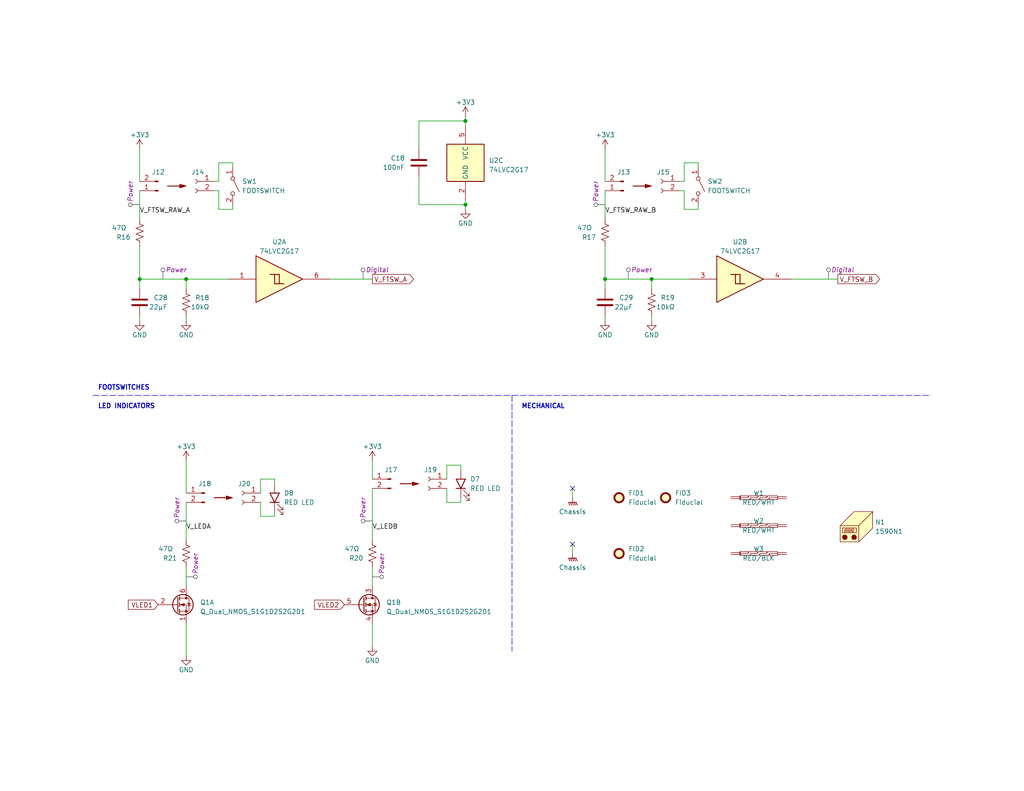
<source format=kicad_sch>
(kicad_sch (version 20230121) (generator eeschema)
  (paper "USLetter")
  (title_block (title "Baseboard") (date "2023-04-28") (rev "A") (company "Alessandro Rizzoni") (comment 1 "SCHEMATIC") (comment 2 "DRAFT") (comment 3 "AIR") (comment 5 "1: ALL COMPONENTS 25V RATING OR GREATER") (comment 6 "2: ALL RESISTORS LOW NOISE THIN FILM, 1% TOLERANCE OR SMALLER, 1/10W RATING OR GREATER") (comment 7 "3: ALL CAPACITORS MLCC, X5R OR X7R DIELECTRIC, 10% TOLERANCE OR SMALLER") (comment 8 "4: DO NOT POPULATE NOTE --TODO--") (comment 9 "5: PCB LAYOUT ACCORDING TO DATASHEET FOR ALL COMPONENTS"))
  (lib_symbols
    (symbol "74xGxx:74LVC2G17"
      (property "Reference" "U" (at -1.27 7.62 0))
      (property "Value" "74LVC2G17" (at 2.54 -7.62 0))
      (symbol "74LVC2G17_1_1"
        (polyline (pts (xy -2.54 1.27) (xy -1.27 1.27) (xy -1.27 -1.27)) (stroke (width 0.254)) (fill (type background)))
        (polyline (pts (xy -7.62 6.35) (xy -7.62 -6.35) (xy 5.08 0) (xy -7.62 6.35)) (stroke (width 0.254)) (fill (type background)))
        (polyline (pts (xy -3.81 1.27) (xy -2.54 1.27) (xy -2.54 -1.27) (xy 0 -1.27)) (stroke (width 0.254)) (fill (type background)))
        (pin input line (at -15.24 0 0) (length 7.62) (name "~") (number "1"))
        (pin output line (at 12.7 0 180) (length 7.62) (name "~") (number "6"))
      )
      (symbol "74LVC2G17_2_1"
        (polyline (pts (xy -2.54 1.27) (xy -1.27 1.27) (xy -1.27 -1.27)) (stroke (width 0.254)) (fill (type background)))
        (polyline (pts (xy -7.62 6.35) (xy -7.62 -6.35) (xy 5.08 0) (xy -7.62 6.35)) (stroke (width 0.254)) (fill (type background)))
        (polyline (pts (xy -3.81 1.27) (xy -2.54 1.27) (xy -2.54 -1.27) (xy 0 -1.27)) (stroke (width 0.254)) (fill (type background)))
        (pin input line (at -15.24 0 0) (length 7.62) (name "~") (number "3"))
        (pin output line (at 12.7 0 180) (length 7.62) (name "~") (number "4"))
      )
      (symbol "74LVC2G17_3_0"
        (rectangle (start -5.08 -5.08) (end 5.08 5.08) (stroke (width 0.254)) (fill (type background)))
      )
      (symbol "74LVC2G17_3_1"
        (pin power_in line (at 0 -10.16 90) (length 5.08) (name "GND") (number "2"))
        (pin power_in line (at 0 10.16 270) (length 5.08) (name "VCC") (number "5"))
      )
    )
    (symbol "Connector:Conn_01x02_Female" (pin_names (offset 1.016) hide)
      (property "Reference" "J" (at 0 2.54 0))
      (property "Value" "Conn_01x02_Female" (at 0 -5.08 0))
      (symbol "Conn_01x02_Female_1_1"
        (arc (start 0 -2.032) (mid -0.5058 -2.54) (end 0 -3.048) (stroke (width 0.1524)))
        (polyline (pts (xy -1.27 -2.54) (xy -0.508 -2.54)) (stroke (width 0.1524)))
        (polyline (pts (xy -1.27 0) (xy -0.508 0)) (stroke (width 0.1524)))
        (arc (start 0 0.508) (mid -0.5058 0) (end 0 -0.508) (stroke (width 0.1524)))
        (pin passive line (at -5.08 0 0) (length 3.81) (name "Pin_1") (number "1"))
        (pin passive line (at -5.08 -2.54 0) (length 3.81) (name "Pin_2") (number "2"))
      )
    )
    (symbol "Connector:Conn_01x02_Male" (pin_names (offset 1.016) hide)
      (property "Reference" "J" (at 0 2.54 0))
      (property "Value" "Conn_01x02_Male" (at 0 -5.08 0))
      (symbol "Conn_01x02_Male_1_1"
        (polyline (pts (xy 1.27 -2.54) (xy 0.8636 -2.54)) (stroke (width 0.1524)))
        (polyline (pts (xy 1.27 0) (xy 0.8636 0)) (stroke (width 0.1524)))
        (rectangle (start 0.8636 -2.413) (end 0 -2.667) (stroke (width 0.1524)) (fill (type outline)))
        (rectangle (start 0.8636 0.127) (end 0 -0.127) (stroke (width 0.1524)) (fill (type outline)))
        (pin passive line (at 5.08 0 180) (length 3.81) (name "Pin_1") (number "1"))
        (pin passive line (at 5.08 -2.54 180) (length 3.81) (name "Pin_2") (number "2"))
      )
    )
    (symbol "Device:C" (pin_numbers hide) (pin_names (offset 0.254))
      (property "Reference" "C" (at 0.635 2.54 0))
      (property "Value" "C" (at 0.635 -2.54 0))
      (symbol "C_0_1"
        (polyline (pts (xy -2.032 -0.762) (xy 2.032 -0.762)) (stroke (width 0.508)))
        (polyline (pts (xy -2.032 0.762) (xy 2.032 0.762)) (stroke (width 0.508)))
      )
      (symbol "C_1_1"
        (pin passive line (at 0 3.81 270) (length 2.794) (name "~") (number "1"))
        (pin passive line (at 0 -3.81 90) (length 2.794) (name "~") (number "2"))
      )
    )
    (symbol "Device:Q_Dual_NMOS_S1G1D2S2G2D1" (pin_names (offset 0) hide)
      (property "Reference" "Q" (at 6.35 1.27 0))
      (property "Value" "Q_Dual_NMOS_S1G1D2S2G2D1" (at 19.05 -1.27 0))
      (symbol "Q_Dual_NMOS_S1G1D2S2G2D1_0_1"
        (polyline (pts (xy 0.254 0) (xy -2.54 0)))
        (polyline (pts (xy 0.254 1.905) (xy 0.254 -1.905)) (stroke (width 0.254)))
        (polyline (pts (xy 0.762 -1.27) (xy 0.762 -2.286)) (stroke (width 0.254)))
        (polyline (pts (xy 0.762 0.508) (xy 0.762 -0.508)) (stroke (width 0.254)))
        (polyline (pts (xy 0.762 2.286) (xy 0.762 1.27)) (stroke (width 0.254)))
        (polyline (pts (xy 2.54 2.54) (xy 2.54 1.778)))
        (polyline (pts (xy 2.54 -2.54) (xy 2.54 0) (xy 0.762 0)))
        (polyline (pts (xy 0.762 -1.778) (xy 3.302 -1.778) (xy 3.302 1.778) (xy 0.762 1.778)))
        (polyline (pts (xy 1.016 0) (xy 2.032 0.381) (xy 2.032 -0.381) (xy 1.016 0)) (fill (type outline)))
        (polyline (pts (xy 2.794 0.508) (xy 2.921 0.381) (xy 3.683 0.381) (xy 3.81 0.254)))
        (polyline (pts (xy 3.302 0.381) (xy 2.921 -0.254) (xy 3.683 -0.254) (xy 3.302 0.381)))
        (circle (center 1.651 0) (radius 2.794) (stroke (width 0.254)))
        (circle (center 2.54 -1.778) (radius 0.254) (fill (type outline)))
        (circle (center 2.54 1.778) (radius 0.254) (fill (type outline)))
      )
      (symbol "Q_Dual_NMOS_S1G1D2S2G2D1_1_1"
        (pin passive line (at 2.54 -5.08 90) (length 2.54) (name "S") (number "1"))
        (pin input line (at -5.08 0 0) (length 2.54) (name "G") (number "2"))
        (pin passive line (at 2.54 5.08 270) (length 2.54) (name "D") (number "6"))
      )
      (symbol "Q_Dual_NMOS_S1G1D2S2G2D1_2_1"
        (pin passive line (at 2.54 5.08 270) (length 2.54) (name "D") (number "3"))
        (pin passive line (at 2.54 -5.08 90) (length 2.54) (name "S") (number "4"))
        (pin input line (at -5.08 0 0) (length 2.54) (name "G") (number "5"))
      )
    )
    (symbol "Device:R_US" (pin_numbers hide) (pin_names (offset 0))
      (property "Reference" "R" (at 2.54 0 90))
      (property "Value" "R_US" (at -2.54 0 90))
      (symbol "R_US_0_1"
        (polyline (pts (xy 0 -2.286) (xy 0 -2.54)))
        (polyline (pts (xy 0 2.286) (xy 0 2.54)))
        (polyline (pts (xy 0 -0.762) (xy 1.016 -1.143) (xy 0 -1.524) (xy -1.016 -1.905) (xy 0 -2.286)))
        (polyline (pts (xy 0 0.762) (xy 1.016 0.381) (xy 0 0) (xy -1.016 -0.381) (xy 0 -0.762)))
        (polyline (pts (xy 0 2.286) (xy 1.016 1.905) (xy 0 1.524) (xy -1.016 1.143) (xy 0 0.762)))
      )
      (symbol "R_US_1_1"
        (pin passive line (at 0 3.81 270) (length 1.27) (name "~") (number "1"))
        (pin passive line (at 0 -3.81 90) (length 1.27) (name "~") (number "2"))
      )
    )
    (symbol "Graphic:SYM_Arrow_Normal" (pin_names (offset 1.016))
      (symbol "SYM_Arrow_Normal_0_1"
        (polyline (pts (xy 1.524 0) (xy -2.54 0)) (stroke (width 0.254)))
        (polyline (pts (xy 2.54 0) (xy 0.762 -0.508) (xy 0.762 0.508) (xy 2.54 0)) (fill (type outline)))
      )
    )
    (symbol "Library:Chassis" (pin_names (offset 0))
      (property "Value" "Chassis" (at 0 -3.302 0))
      (symbol "Chassis_0_1"
        (polyline (pts (xy 0 -1.27) (xy 0 0)))
        (polyline (pts (xy -1.016 -1.27) (xy -1.27 -2.032) (xy -1.27 -2.032)) (stroke (width 0.2032)))
        (polyline (pts (xy -0.508 -1.27) (xy -0.762 -2.032) (xy -0.762 -2.032)) (stroke (width 0.2032)))
        (polyline (pts (xy 0 -1.27) (xy -0.254 -2.032) (xy -0.254 -2.032)) (stroke (width 0.2032)))
        (polyline (pts (xy 0.508 -1.27) (xy 0.254 -2.032) (xy 0.254 -2.032)) (stroke (width 0.2032)))
        (polyline (pts (xy 1.016 -1.27) (xy -1.016 -1.27) (xy -1.016 -1.27)) (stroke (width 0.2032)))
        (polyline (pts (xy 1.016 -1.27) (xy 0.762 -2.032) (xy 0.762 -2.032) (xy 0.762 -2.032)) (stroke (width 0.2032)))
      )
      (symbol "Chassis_1_1"
        (pin power_in line (at 0 0 270) (length 0) hide (name "GNDPWR") (number "1"))
      )
    )
    (symbol "Library:Ground" (power) (pin_names (offset 0))
      (property "Value" "Ground" (at 0 -3.81 0))
      (symbol "Ground_0_1"
        (polyline (pts (xy 0 0) (xy 0 -1.27) (xy 1.27 -1.27) (xy 0 -2.54) (xy -1.27 -1.27) (xy 0 -1.27)))
      )
      (symbol "Ground_1_1"
        (pin power_in line (at 0 0 270) (length 0) hide (name "GND") (number "1"))
      )
    )
    (symbol "Library:LED" (pin_numbers hide) (pin_names (offset 1.016) hide)
      (property "Reference" "D6" (at 2.54 1.27 90))
      (property "Value" "RED LED" (at 2.54 -1.27 90))
      (symbol "LED_0_1"
        (polyline (pts (xy -1.27 -1.27) (xy -1.27 1.27)) (stroke (width 0.254)))
        (polyline (pts (xy 1.27 -1.27) (xy 1.27 1.27) (xy -1.27 0) (xy 1.27 -1.27)) (stroke (width 0.254)))
        (polyline (pts (xy -3.048 -0.762) (xy -4.572 -2.286) (xy -3.81 -2.286) (xy -4.572 -2.286) (xy -4.572 -1.524)))
        (polyline (pts (xy -1.778 -0.762) (xy -3.302 -2.286) (xy -2.54 -2.286) (xy -3.302 -2.286) (xy -3.302 -1.524)))
      )
      (symbol "LED_1_1"
        (pin passive line (at -3.81 0 0) (length 2.54) (name "K") (number "1"))
        (pin passive line (at 3.81 0 180) (length 2.54) (name "A") (number "2"))
      )
    )
    (symbol "Library:Twisted_Pair" (on_board no)
      (property "Reference" "W" (at 0 -1.27 0))
      (symbol "Twisted_Pair_0_1"
        (arc (start -5.08 -0.508) (mid -4.9748 -0.254) (end -5.08 0))
        (arc (start -5.08 0) (mid -5.1852 -0.254) (end -5.08 -0.508))
        (arc (start -5.08 0) (mid -4.9748 0.254) (end -5.08 0.508))
        (arc (start -5.08 0.508) (mid -5.1852 0.254) (end -5.08 0))
        (arc (start -3.0452 -0.0028) (mid -2.8664 0.0724) (end -2.7912 0.2512))
        (arc (start -2.794 0.254) (mid -2.8684 0.4336) (end -3.048 0.508))
        (arc (start -2.5427 0.5107) (mid -2.7215 0.4355) (end -2.7967 0.2567))
        (arc (start -2.54 -0.508) (mid -2.3607 -0.4333) (end -2.286 -0.254))
        (arc (start -2.286 -0.254) (mid -2.2116 -0.4336) (end -2.032 -0.508))
        (arc (start -2.0354 0.0034) (mid -2.214 -0.072) (end -2.2894 -0.2506))
        (arc (start -0.5052 -0.0028) (mid -0.3264 0.0724) (end -0.2512 0.2512))
        (arc (start -0.254 0.254) (mid -0.3284 0.4336) (end -0.508 0.508))
        (arc (start -0.0027 0.5107) (mid -0.1815 0.4355) (end -0.2567 0.2567))
        (arc (start 0 -0.508) (mid 0.1793 -0.4333) (end 0.254 -0.254))
        (polyline (pts (xy -5.08 -0.508) (xy -2.54 -0.508)))
        (polyline (pts (xy -5.08 -0.254) (xy -7.62 -0.254)))
        (polyline (pts (xy -5.08 0) (xy -3.048 0)))
        (polyline (pts (xy -5.08 0.254) (xy -7.62 0.254)))
        (polyline (pts (xy -3.048 0.508) (xy -5.08 0.508)))
        (polyline (pts (xy -2.032 -0.508) (xy 0 -0.508)))
        (polyline (pts (xy -2.032 0) (xy -0.508 0)))
        (polyline (pts (xy -0.508 0.508) (xy -2.54 0.508)))
        (polyline (pts (xy 0 0.508) (xy 2.032 0.508)))
        (polyline (pts (xy 0.508 -0.508) (xy 2.54 -0.508)))
        (polyline (pts (xy 2.032 0) (xy 0.508 0)))
        (polyline (pts (xy 2.54 0.508) (xy 5.08 0.508)))
        (polyline (pts (xy 3.048 0) (xy 5.08 0)))
        (polyline (pts (xy 5.08 -0.508) (xy 3.048 -0.508)))
        (polyline (pts (xy 5.207 -0.254) (xy 7.62 -0.254)))
        (polyline (pts (xy 5.207 0.254) (xy 7.62 0.254)))
        (arc (start 0.254 -0.254) (mid 0.3284 -0.4336) (end 0.508 -0.508))
        (arc (start 0.5046 0.0034) (mid 0.326 -0.072) (end 0.2506 -0.2506))
        (arc (start 2.0348 -0.0028) (mid 2.2136 0.0724) (end 2.2888 0.2512))
        (arc (start 2.286 0.254) (mid 2.2116 0.4336) (end 2.032 0.508))
        (arc (start 2.5373 0.5107) (mid 2.3585 0.4355) (end 2.2833 0.2567))
        (arc (start 2.54 -0.508) (mid 2.7193 -0.4333) (end 2.794 -0.254))
        (arc (start 2.794 -0.254) (mid 2.8684 -0.4336) (end 3.048 -0.508))
        (arc (start 3.0446 0.0034) (mid 2.866 -0.072) (end 2.7906 -0.2506))
        (arc (start 5.08 -0.508) (mid 5.1852 -0.254) (end 5.08 0))
        (arc (start 5.08 0) (mid 5.1852 0.254) (end 5.08 0.508))
      )
    )
    (symbol "Mechanical:Fiducial"
      (property "Reference" "FID" (at 0 5.08 0))
      (property "Value" "Fiducial" (at 0 3.175 0))
      (symbol "Fiducial_0_1"
        (circle (center 0 0) (radius 1.27) (stroke (width 0.508)) (fill (type background)))
      )
    )
    (symbol "Mechanical:Housing" (pin_names (offset 1.016))
      (property "Reference" "N" (at 3.81 0 0))
      (property "Value" "Housing" (at 3.81 -1.905 0))
      (symbol "Housing_0_1"
        (rectangle (start -5.08 -0.635) (end -1.27 -1.905))
        (circle (center -4.445 -3.175) (radius 0.635) (fill (type outline)))
        (circle (center -1.905 -3.175) (radius 0.635) (fill (type outline)))
        (polyline (pts (xy -4.5212 -1.5748) (xy -4.4704 -1.3716)))
        (polyline (pts (xy -4.4196 -1.6764) (xy -4.064 -1.6764)))
        (polyline (pts (xy -4.4196 -1.2192) (xy -4.3688 -0.9652)))
        (polyline (pts (xy -4.318 -1.3208) (xy -4.0132 -1.3208)))
        (polyline (pts (xy -4.2164 -0.9144) (xy -3.9116 -0.9144)))
        (polyline (pts (xy -3.9116 -1.6256) (xy -3.8608 -1.3716)))
        (polyline (pts (xy -3.81 -1.2192) (xy -3.7592 -0.9652)))
        (polyline (pts (xy -3.6068 -1.5748) (xy -3.556 -1.3716)))
        (polyline (pts (xy -3.5052 -1.6764) (xy -3.1496 -1.6764)))
        (polyline (pts (xy -3.5052 -1.2192) (xy -3.4544 -0.9652)))
        (polyline (pts (xy -3.4036 -1.3208) (xy -3.0988 -1.3208)))
        (polyline (pts (xy -3.302 -0.9144) (xy -2.9972 -0.9144)))
        (polyline (pts (xy -2.9972 -1.6256) (xy -2.9464 -1.3716)))
        (polyline (pts (xy -2.8956 -1.2192) (xy -2.8448 -0.9652)))
        (polyline (pts (xy -2.6924 -1.5748) (xy -2.6416 -1.3716)))
        (polyline (pts (xy -2.5908 -1.6764) (xy -2.2352 -1.6764)))
        (polyline (pts (xy -2.5908 -1.2192) (xy -2.54 -0.9652)))
        (polyline (pts (xy -2.4892 -1.3208) (xy -2.1844 -1.3208)))
        (polyline (pts (xy -2.3876 -0.9144) (xy -2.0828 -0.9144)))
        (polyline (pts (xy -2.0828 -1.6256) (xy -2.032 -1.3716)))
        (polyline (pts (xy -1.9812 -1.2192) (xy -1.9304 -0.9652)))
        (polyline (pts (xy -0.635 0) (xy -0.635 -4.445)))
        (polyline (pts (xy -5.715 0) (xy -0.635 0) (xy 3.175 3.81)))
        (polyline (pts (xy -5.715 0) (xy -5.715 -4.445) (xy -0.635 -4.445) (xy 3.175 -0.635) (xy 3.175 3.81) (xy -1.905 3.81) (xy -5.715 0)) (fill (type background)))
      )
    )
    (symbol "Switch:SW_SPST" (pin_names (offset 0) hide)
      (property "Reference" "SW" (at 0 3.175 0))
      (property "Value" "SW_SPST" (at 0 -2.54 0))
      (symbol "SW_SPST_0_0"
        (circle (center -2.032 0) (radius 0.508))
        (polyline (pts (xy -1.524 0.254) (xy 1.524 1.778)))
        (circle (center 2.032 0) (radius 0.508))
      )
      (symbol "SW_SPST_1_1"
        (pin passive line (at -5.08 0 0) (length 2.54) (name "A") (number "1"))
        (pin passive line (at 5.08 0 180) (length 2.54) (name "B") (number "2"))
      )
    )
    (symbol "power:+3V3" (power) (pin_names (offset 0))
      (property "Value" "+3V3" (at 0 3.556 0))
      (symbol "+3V3_0_1"
        (polyline (pts (xy -0.762 1.27) (xy 0 2.54)))
        (polyline (pts (xy 0 0) (xy 0 2.54)))
        (polyline (pts (xy 0 2.54) (xy 0.762 1.27)))
      )
      (symbol "+3V3_1_1"
        (pin power_in line (at 0 0 90) (length 0) hide (name "+3V3") (number "1"))
      )
    )
  )
  (junction (at 127 33.02))
  (junction (at 50.8 76.2))
  (junction (at 38.1 76.2))
  (junction (at 177.8 76.2))
  (junction (at 127 55.88))
  (junction (at 165.1 76.2))
  (no_connect (at 156.21 133.35))
  (no_connect (at 156.21 148.59))
  (wire (pts (xy 38.1 67.31) (xy 38.1 76.2)))
  (wire (pts (xy 127 55.88) (xy 114.3 55.88)))
  (wire (pts (xy 125.73 127) (xy 121.92 127)))
  (wire (pts (xy 74.93 130.81) (xy 71.12 130.81)))
  (wire (pts (xy 127 31.75) (xy 127 33.02)))
  (wire (pts (xy 186.69 44.45) (xy 190.5 44.45)))
  (polyline (pts (xy 25.4 107.95) (xy 254 107.95)) (stroke (width 0) (type dash)))
  (wire (pts (xy 114.3 40.64) (xy 114.3 33.02)))
  (wire (pts (xy 215.9 76.2) (xy 228.6 76.2)))
  (wire (pts (xy 38.1 76.2) (xy 38.1 78.74)))
  (wire (pts (xy 71.12 130.81) (xy 71.12 134.62)))
  (wire (pts (xy 177.8 76.2) (xy 177.8 78.74)))
  (wire (pts (xy 59.69 52.07) (xy 58.42 52.07)))
  (wire (pts (xy 165.1 40.64) (xy 165.1 49.53)))
  (wire (pts (xy 165.1 52.07) (xy 165.1 59.69)))
  (wire (pts (xy 186.69 49.53) (xy 186.69 44.45)))
  (wire (pts (xy 101.6 154.94) (xy 101.6 160.02)))
  (wire (pts (xy 38.1 76.2) (xy 50.8 76.2)))
  (wire (pts (xy 156.21 133.35) (xy 156.21 135.89)))
  (wire (pts (xy 121.92 137.16) (xy 121.92 133.35)))
  (wire (pts (xy 38.1 52.07) (xy 38.1 59.69)))
  (wire (pts (xy 177.8 76.2) (xy 187.96 76.2)))
  (wire (pts (xy 114.3 33.02) (xy 127 33.02)))
  (wire (pts (xy 59.69 57.15) (xy 59.69 52.07)))
  (wire (pts (xy 90.17 76.2) (xy 101.6 76.2)))
  (wire (pts (xy 165.1 76.2) (xy 165.1 78.74)))
  (wire (pts (xy 50.8 76.2) (xy 50.8 78.74)))
  (wire (pts (xy 50.8 125.73) (xy 50.8 134.62)))
  (wire (pts (xy 185.42 49.53) (xy 186.69 49.53)))
  (wire (pts (xy 74.93 140.97) (xy 71.12 140.97)))
  (wire (pts (xy 101.6 133.35) (xy 101.6 147.32)))
  (wire (pts (xy 50.8 137.16) (xy 50.8 147.32)))
  (wire (pts (xy 74.93 139.7) (xy 74.93 140.97)))
  (wire (pts (xy 190.5 55.88) (xy 190.5 57.15)))
  (wire (pts (xy 156.21 148.59) (xy 156.21 151.13)))
  (wire (pts (xy 63.5 44.45) (xy 63.5 45.72)))
  (polyline (pts (xy 139.7 107.95) (xy 139.7 177.8)) (stroke (width 0) (type dash)))
  (wire (pts (xy 186.69 57.15) (xy 186.69 52.07)))
  (wire (pts (xy 50.8 76.2) (xy 62.23 76.2)))
  (wire (pts (xy 125.73 128.27) (xy 125.73 127)))
  (wire (pts (xy 186.69 52.07) (xy 185.42 52.07)))
  (wire (pts (xy 71.12 140.97) (xy 71.12 137.16)))
  (wire (pts (xy 38.1 40.64) (xy 38.1 49.53)))
  (wire (pts (xy 59.69 49.53) (xy 59.69 44.45)))
  (wire (pts (xy 177.8 86.36) (xy 177.8 87.63)))
  (wire (pts (xy 101.6 170.18) (xy 101.6 176.53)))
  (wire (pts (xy 38.1 86.36) (xy 38.1 87.63)))
  (wire (pts (xy 127 55.88) (xy 127 54.61)))
  (wire (pts (xy 74.93 132.08) (xy 74.93 130.81)))
  (wire (pts (xy 190.5 44.45) (xy 190.5 45.72)))
  (wire (pts (xy 127 33.02) (xy 127 34.29)))
  (wire (pts (xy 165.1 76.2) (xy 177.8 76.2)))
  (wire (pts (xy 125.73 135.89) (xy 125.73 137.16)))
  (wire (pts (xy 121.92 127) (xy 121.92 130.81)))
  (wire (pts (xy 165.1 86.36) (xy 165.1 87.63)))
  (wire (pts (xy 190.5 57.15) (xy 186.69 57.15)))
  (wire (pts (xy 114.3 55.88) (xy 114.3 48.26)))
  (wire (pts (xy 63.5 57.15) (xy 59.69 57.15)))
  (wire (pts (xy 50.8 170.18) (xy 50.8 179.07)))
  (wire (pts (xy 50.8 86.36) (xy 50.8 87.63)))
  (wire (pts (xy 125.73 137.16) (xy 121.92 137.16)))
  (wire (pts (xy 63.5 55.88) (xy 63.5 57.15)))
  (wire (pts (xy 58.42 49.53) (xy 59.69 49.53)))
  (wire (pts (xy 127 57.15) (xy 127 55.88)))
  (wire (pts (xy 165.1 67.31) (xy 165.1 76.2)))
  (wire (pts (xy 59.69 44.45) (xy 63.5 44.45)))
  (wire (pts (xy 101.6 125.73) (xy 101.6 130.81)))
  (wire (pts (xy 50.8 154.94) (xy 50.8 160.02)))
  (text "MECHANICAL" (at 142.24 111.76 0) (effects (font (size 1.27 1.27) bold) (justify left bottom)))
  (text "LED INDICATORS" (at 26.67 111.76 0) (effects (font (size 1.27 1.27) bold) (justify left bottom)))
  (text "FOOTSWITCHES" (at 26.67 106.68 0) (effects (font (size 1.27 1.27) (thickness 0.254) bold) (justify left bottom)))
  (label "V_FTSW_RAW_B" (at 165.1 58.42 0))
  (label "V_FTSW_RAW_A" (at 38.1 58.42 0))
  (label "V_LEDA" (at 50.8 144.78 0))
  (label "V_LEDB" (at 101.6 144.78 0))
  (global_label "V_FTSW_A" (shape output) (at 101.6 76.2 0) (property "Intersheetrefs" "${INTERSHEET_REFS}" (effects hide)))
  (global_label "V_FTSW_B" (shape output) (at 228.6 76.2 0) (property "Intersheetrefs" "${INTERSHEET_REFS}" (effects hide)))
  (global_label "VLED1" (shape input) (at 43.18 165.1 180) (property "Intersheetrefs" "${INTERSHEET_REFS}" (effects hide)))
  (global_label "VLED2" (shape input) (at 93.98 165.1 180) (property "Intersheetrefs" "${INTERSHEET_REFS}" (effects hide)))
  (netclass_flag "" (length 2.54) (shape round) (at 165.1 55.88 90) (property "Power" "Power" (at 162.56 55.1815 90) (effects (font italic) (justify left))))
  (netclass_flag "" (length 2.54) (shape round) (at 99.06 76.2 0) (property "Digital" "Digital" (at 99.7585 73.66 0) (effects (font italic) (justify left))))
  (netclass_flag "" (length 2.54) (shape round) (at 38.1 55.88 90) (property "Power" "Power" (at 35.56 55.1815 90) (effects (font italic) (justify left))))
  (netclass_flag "" (length 2.54) (shape round) (at 171.45 76.2 0) (property "Power" "Power" (at 172.1485 73.66 0) (effects (font italic) (justify left))))
  (netclass_flag "" (length 2.54) (shape round) (at 101.6 157.48 270) (property "Power" "Power" (at 104.14 156.7815 90) (effects (font italic) (justify left))))
  (netclass_flag "" (length 2.54) (shape round) (at 50.8 142.24 90) (property "Power" "Power" (at 48.26 141.5415 90) (effects (font italic) (justify left))))
  (netclass_flag "" (length 2.54) (shape round) (at 50.8 157.48 270) (property "Power" "Power" (at 53.34 156.7815 90) (effects (font italic) (justify left))))
  (netclass_flag "" (length 2.54) (shape round) (at 101.6 142.24 90) (property "Power" "Power" (at 99.06 141.5415 90) (effects (font italic) (justify left))))
  (netclass_flag "" (length 2.54) (shape round) (at 44.45 76.2 0) (property "Power" "Power" (at 45.1485 73.66 0) (effects (font italic) (justify left))))
  (netclass_flag "" (length 2.54) (shape round) (at 226.06 76.2 0) (property "Digital" "Digital" (at 226.7585 73.66 0) (effects (font italic) (justify left))))
  (symbol (lib_id "Library:Ground") (at 101.6 176.53 0) (unit 1)
    (property "Reference" "#PWR049" (effects hide))
    (property "Value" "Ground" (at 101.6 180.34 0))
  )
  (symbol (lib_id "Connector:Conn_01x02_Female") (at 53.34 49.53 0) (mirror y) (unit 1) (on_board no)
    (property "Reference" "J14" (at 53.975 46.99 0))
    (property "Value" "6-440129-2" (effects hide))
    (property "Footprint" "N/A" (effects hide))
    (property "Datasheet" "https://www.te.com/commerce/DocumentDelivery/DDEController?Action=srchrtrv&DocNm=1-1773713-2_HPI_QRG_EN&DocType=Data+Sheet&DocLang=English&DocFormat=pdf&PartCntxt=6-440129-2" (effects hide))
    (property "Manufacturer" "TE Connectivity AMP Connectors" (effects hide))
    (property "Part Number" "6-440129-2" (effects hide))
  )
  (symbol (lib_id "Device:C") (at 38.1 82.55 180) (unit 1)
    (property "Reference" "C28" (at 41.91 81.28 0) (effects (justify right)))
    (property "Value" "22μF" (at 43.18 83.82 0))
    (property "Footprint" "Capacitor_SMD:C_0805_2012Metric" (effects hide))
    (property "Datasheet" "https://www.murata.com/en-us/products/capacitor/ceramiccapacitor/overview/lineup/smd/grm#anchor-2" (effects hide))
    (property "Manufacturer" "Murata" (effects hide))
    (property "Part Number" "GRM21BR61E226ME44L" (effects hide))
  )
  (symbol (lib_id "Mechanical:Fiducial") (at 168.91 151.13 0) (unit 1)
    (property "Reference" "FID2" (at 171.45 149.8599 0) (effects (justify left)))
    (property "Value" "Fiducial" (at 171.45 152.3999 0) (effects (justify left)))
    (property "Footprint" "Fiducial:Fiducial_0.5mm_Mask1mm" (effects hide))
    (property "Manufacturer" "N/A" (effects hide))
    (instances (project "1590N1 IO Board" (path "" (reference "FID2") (unit 1)) (path "" (reference "FID2") (unit 1)) (path "" (reference "FID?") (unit 1)) (path "" (reference "FID2") (unit 1))))
  )
  (symbol (lib_id "Library:Ground") (at 38.1 87.63 0) (unit 1)
    (property "Reference" "#PWR029" (effects hide))
    (property "Value" "Ground" (at 38.1 91.44 0))
  )
  (symbol (lib_id "Graphic:SYM_Arrow_Normal") (at 48.26 50.8 0) (mirror x) (unit 1) (in_bom no) (on_board no)
    (property "Reference" "#SYM2" (effects hide))
    (property "Value" "SYM_Arrow_Normal" (effects hide))
  )
  (symbol (lib_id "Library:Ground") (at 177.8 87.63 0) (unit 1)
    (property "Reference" "#PWR033" (effects hide))
    (property "Value" "Ground" (at 177.8 91.44 0))
  )
  (symbol (lib_id "Mechanical:Fiducial") (at 181.61 135.89 0) (unit 1)
    (property "Reference" "FID3" (at 184.15 134.6199 0) (effects (justify left)))
    (property "Value" "Fiducial" (at 184.15 137.1599 0) (effects (justify left)))
    (property "Footprint" "Fiducial:Fiducial_0.5mm_Mask1mm" (effects hide))
    (property "Manufacturer" "N/A" (effects hide))
    (instances (project "1590N1 IO Board" (path "" (reference "FID3") (unit 1)) (path "" (reference "FID3") (unit 1)) (path "" (reference "FID?") (unit 1)) (path "" (reference "FID3") (unit 1))))
  )
  (symbol (lib_id "Device:R_US") (at 50.8 151.13 180) (unit 1)
    (property "Reference" "R21" (at 44.45 152.4 0) (effects (justify right)))
    (property "Value" "47Ω" (at 43.18 149.86 0) (effects (justify right)))
    (property "Footprint" "Resistor_SMD:R_0805_2012Metric" (effects hide))
    (property "Datasheet" "https://www.koaspeer.com/products/resistors/thin-film/rn73h/" (effects hide))
    (property "Manufacturer" "Koa Speer" (effects hide))
    (property "Part Number" "RN73H1JTTD3000F100 " (effects hide))
  )
  (symbol (lib_id "Connector:Conn_01x02_Female") (at 180.34 49.53 0) (mirror y) (unit 1) (on_board no)
    (property "Reference" "J15" (at 180.975 46.99 0))
    (property "Value" "6-440129-2" (effects hide))
    (property "Footprint" "N/A" (effects hide))
    (property "Datasheet" "https://www.te.com/commerce/DocumentDelivery/DDEController?Action=srchrtrv&DocNm=1-1773713-2_HPI_QRG_EN&DocType=Data+Sheet&DocLang=English&DocFormat=pdf&PartCntxt=6-440129-2" (effects hide))
    (property "Manufacturer" "TE Connectivity AMP Connectors" (effects hide))
    (property "Part Number" "6-440129-2" (effects hide))
  )
  (symbol (lib_id "Graphic:SYM_Arrow_Normal") (at 175.26 50.8 0) (mirror x) (unit 1) (in_bom no) (on_board no)
    (property "Reference" "#SYM3" (effects hide))
    (property "Value" "SYM_Arrow_Normal" (effects hide))
  )
  (symbol (lib_id "Library:LED") (at 74.93 135.89 90) (unit 1)
    (property "Reference" "D8" (at 77.47 134.62 90) (effects (justify right)))
    (property "Value" "RED LED" (at 77.47 137.16 90) (effects (justify right)))
    (property "Footprint" "N/A" (effects hide))
    (property "Datasheet" "https://www.we-online.com/components/products/datasheet/151051RS11000.pdf" (effects hide))
    (property "Manufacturer" "Würth Elektronik" (effects hide))
    (property "Part Number" "151051RS11000" (effects hide))
  )
  (symbol (lib_id "Device:R_US") (at 165.1 63.5 180) (unit 1)
    (property "Reference" "R17" (at 158.75 64.77 0) (effects (justify right)))
    (property "Value" "47Ω" (at 157.48 62.23 0) (effects (justify right)))
    (property "Footprint" "Resistor_SMD:R_0805_2012Metric" (effects hide))
    (property "Datasheet" "https://www.koaspeer.com/products/resistors/thin-film/rn73h/" (effects hide))
    (property "Manufacturer" "Koa Speer" (effects hide))
    (property "Part Number" "RN73H1JTTD3000F100 " (effects hide))
  )
  (symbol (lib_id "Mechanical:Fiducial") (at 168.91 135.89 0) (unit 1)
    (property "Reference" "FID1" (at 171.45 134.6199 0) (effects (justify left)))
    (property "Value" "Fiducial" (at 171.45 137.1599 0) (effects (justify left)))
    (property "Footprint" "Fiducial:Fiducial_0.5mm_Mask1mm" (effects hide))
    (property "Manufacturer" "N/A" (effects hide))
    (instances (project "1590N1 IO Board" (path "" (reference "FID1") (unit 1)) (path "" (reference "FID1") (unit 1)) (path "" (reference "FID?") (unit 1)) (path "" (reference "FID1") (unit 1))))
  )
  (symbol (lib_id "Device:C") (at 114.3 44.45 180) (unit 1)
    (property "Reference" "C18" (at 110.49 43.18 0) (effects (justify left)))
    (property "Value" "100nF" (at 110.49 45.72 0) (effects (justify left)))
    (property "Footprint" "Capacitor_SMD:C_1206_3216Metric" (effects hide))
    (property "Datasheet" "https://www.murata.com/en-us/products/capacitor/ceramiccapacitor/overview/lineup/smd/grm#anchor-2" (effects hide))
    (property "Manufacturer" "Murata" (effects hide))
    (property "Part Number" "GRM31C5C1H104JA01K" (effects hide))
    (instances (project "1590N1 IO Board" (path "" (reference "C18") (unit 1)) (path "" (reference "C32") (unit 1)) (path "" (reference "C36") (unit 1))))
  )
  (symbol (lib_id "74xGxx:74LVC2G17") (at 203.2 76.2 0) (unit 2)
    (property "Reference" "U2" (at 201.93 66.04 0))
    (property "Value" "74LVC2G17" (at 201.93 68.58 0))
    (property "Footprint" "Package_TO_SOT_SMD:SOT-363_SC-70-6" (effects hide))
    (property "Datasheet" "http://www.ti.com/lit/sg/scyt129e/scyt129e.pdf" (effects hide))
  )
  (symbol (lib_id "power:+3V3") (at 127 31.75 0) (unit 1)
    (property "Reference" "#PWR012" (effects hide))
    (property "Value" "+3V3" (at 127 27.94 0))
    (instances (project "1590N1 IO Board" (path "" (reference "#PWR012") (unit 1)) (path "" (reference "#PWR027") (unit 1))))
  )
  (symbol (lib_id "Connector:Conn_01x02_Male") (at 106.68 130.81 0) (mirror y) (unit 1)
    (property "Reference" "J17" (at 106.68 128.27 0))
    (property "Value" "6-440054-2" (effects hide))
    (property "Footprint" "Library:TE_HPI_2.0MM_PITCH_MALE_HEADER_2POS" (effects hide))
    (property "Datasheet" "https://www.te.com/commerce/DocumentDelivery/DDEController?Action=srchrtrv&DocNm=1-1773713-2_HPI_QRG_EN&DocType=Data+Sheet&DocLang=English&DocFormat=pdf&PartCntxt=6-440129-2" (effects hide))
    (property "Manufacturer" "TE Connectivity AMP Connectors" (effects hide))
    (property "Part Number" "6-440054-2" (effects hide))
  )
  (symbol (lib_id "Switch:SW_SPST") (at 63.5 50.8 270) (unit 1) (on_board no)
    (property "Reference" "SW1" (at 66.04 49.5299 90) (effects (justify left)))
    (property "Value" "FOOTSWITCH" (at 66.04 52.0699 90) (effects (justify left)))
    (property "Footprint" "N/A" (effects hide))
    (property "Manufacturer" "N/A" (effects hide))
    (property "Part Number" "RV09AF-40-20K-A500K" (effects hide))
  )
  (symbol (lib_id "Device:R_US") (at 38.1 63.5 180) (unit 1)
    (property "Reference" "R16" (at 31.75 64.77 0) (effects (justify right)))
    (property "Value" "47Ω" (at 30.48 62.23 0) (effects (justify right)))
    (property "Footprint" "Resistor_SMD:R_0805_2012Metric" (effects hide))
    (property "Datasheet" "https://www.koaspeer.com/products/resistors/thin-film/rn73h/" (effects hide))
    (property "Manufacturer" "Koa Speer" (effects hide))
    (property "Part Number" "RN73H1JTTD3000F100 " (effects hide))
  )
  (symbol (lib_id "Device:Q_Dual_NMOS_S1G1D2S2G2D1") (at 48.26 165.1 0) (unit 1)
    (property "Reference" "Q1" (at 54.61 164.465 0) (effects (justify left)))
    (property "Value" "Q_Dual_NMOS_S1G1D2S2G2D1" (at 54.61 167.005 0) (effects (justify left)))
    (property "Footprint" "Package_TO_SOT_SMD:SOT-363_SC-70-6" (effects hide))
  )
  (symbol (lib_id "Library:Chassis") (at 156.21 135.89 0) (mirror y) (unit 1)
    (property "Reference" "G1" (effects hide))
    (property "Value" "Chassis" (at 156.21 139.7 0))
    (property "Footprint" "Library:Harwin_EMI_Finger_S7061-46R" (effects hide))
    (property "Datasheet" "https://cdn.harwin.com/pdfs/Harwin_Product_Catalog_page_281.pdf" (effects hide))
    (property "Manufacturer" "Harwin" (effects hide))
    (property "Part Number" "S7061-46R" (effects hide))
    (instances (project "1590N1 IO Board" (path "" (reference "G1") (unit 1)) (path "" (reference "G1") (unit 1)) (path "" (reference "G?") (unit 1)) (path "" (reference "G2") (unit 1))))
  )
  (symbol (lib_id "power:+3V3") (at 101.6 125.73 0) (unit 1)
    (property "Reference" "#PWR012" (effects hide))
    (property "Value" "+3V3" (at 101.6 121.92 0))
    (instances (project "1590N1 IO Board" (path "" (reference "#PWR012") (unit 1)) (path "" (reference "#PWR048") (unit 1))))
  )
  (symbol (lib_id "Library:Twisted_Pair") (at 207.01 151.13 0) (unit 1) (on_board no)
    (property "Reference" "W3" (at 207.01 149.86 0))
    (property "Value" "RED/BLK" (at 207.01 152.4 0))
    (property "Footprint" "N/A" (effects hide))
  )
  (symbol (lib_id "74xGxx:74LVC2G17") (at 127 44.45 0) (unit 3)
    (property "Reference" "U2" (at 133.35 43.815 0) (effects (justify left)))
    (property "Value" "74LVC2G17" (at 133.35 46.355 0) (effects (justify left)))
    (property "Footprint" "Package_TO_SOT_SMD:SOT-363_SC-70-6" (effects hide))
    (property "Datasheet" "http://www.ti.com/lit/sg/scyt129e/scyt129e.pdf" (effects hide))
  )
  (symbol (lib_id "74xGxx:74LVC2G17") (at 77.47 76.2 0) (unit 1)
    (property "Reference" "U2" (at 76.2 66.04 0))
    (property "Value" "74LVC2G17" (at 76.2 68.58 0))
    (property "Footprint" "Package_TO_SOT_SMD:SOT-363_SC-70-6" (effects hide))
    (property "Datasheet" "http://www.ti.com/lit/sg/scyt129e/scyt129e.pdf" (effects hide))
  )
  (symbol (lib_id "Graphic:SYM_Arrow_Normal") (at 60.96 135.89 0) (mirror x) (unit 1) (in_bom no) (on_board no)
    (property "Reference" "#SYM5" (effects hide))
    (property "Value" "SYM_Arrow_Normal" (effects hide))
  )
  (symbol (lib_id "Connector:Conn_01x02_Female") (at 116.84 130.81 0) (mirror y) (unit 1) (on_board no)
    (property "Reference" "J19" (at 117.475 128.27 0))
    (property "Value" "6-440129-2" (effects hide))
    (property "Footprint" "N/A" (effects hide))
    (property "Datasheet" "https://www.te.com/commerce/DocumentDelivery/DDEController?Action=srchrtrv&DocNm=1-1773713-2_HPI_QRG_EN&DocType=Data+Sheet&DocLang=English&DocFormat=pdf&PartCntxt=6-440129-2" (effects hide))
    (property "Manufacturer" "TE Connectivity AMP Connectors" (effects hide))
    (property "Part Number" "6-440129-2" (effects hide))
  )
  (symbol (lib_id "Connector:Conn_01x02_Male") (at 55.88 134.62 0) (mirror y) (unit 1)
    (property "Reference" "J18" (at 55.88 132.08 0))
    (property "Value" "6-440054-2" (effects hide))
    (property "Footprint" "Library:TE_HPI_2.0MM_PITCH_MALE_HEADER_2POS" (effects hide))
    (property "Datasheet" "https://www.te.com/commerce/DocumentDelivery/DDEController?Action=srchrtrv&DocNm=1-1773713-2_HPI_QRG_EN&DocType=Data+Sheet&DocLang=English&DocFormat=pdf&PartCntxt=6-440129-2" (effects hide))
    (property "Manufacturer" "TE Connectivity AMP Connectors" (effects hide))
    (property "Part Number" "6-440054-2" (effects hide))
  )
  (symbol (lib_id "Device:C") (at 165.1 82.55 180) (unit 1)
    (property "Reference" "C29" (at 168.91 81.28 0) (effects (justify right)))
    (property "Value" "22μF" (at 170.18 83.82 0))
    (property "Footprint" "Capacitor_SMD:C_0805_2012Metric" (effects hide))
    (property "Datasheet" "https://www.murata.com/en-us/products/capacitor/ceramiccapacitor/overview/lineup/smd/grm#anchor-2" (effects hide))
    (property "Manufacturer" "Murata" (effects hide))
    (property "Part Number" "GRM21BR61E226ME44L" (effects hide))
  )
  (symbol (lib_id "Library:Ground") (at 127 57.15 0) (unit 1)
    (property "Reference" "#PWR045" (effects hide))
    (property "Value" "Ground" (at 127 60.96 0))
  )
  (symbol (lib_id "Device:R_US") (at 50.8 82.55 0) (unit 1)
    (property "Reference" "R18" (at 57.15 81.28 0) (effects (justify right)))
    (property "Value" "10kΩ" (at 57.15 83.82 0) (effects (justify right)))
    (property "Footprint" "Resistor_SMD:R_0603_1608Metric" (effects hide))
    (property "Datasheet" "https://www.koaspeer.com/products/resistors/thin-film/rn73h/" (effects hide))
    (property "Manufacturer" "Koa Speer" (effects hide))
    (property "Part Number" "RN73H1JTTD1002F100" (effects hide))
  )
  (symbol (lib_id "Mechanical:Housing") (at 234.95 143.51 0) (unit 1) (on_board no)
    (property "Reference" "N1" (at 238.76 142.5574 0) (effects (justify left)))
    (property "Value" "1590N1" (at 238.76 145.0974 0) (effects (justify left)))
    (property "Footprint" "N/A" (effects hide))
    (property "Datasheet" "https://www.hammfg.com/electronics/small-case/diecast/1590.pdf" (effects hide))
    (property "Manufacturer" "Hammond" (effects hide))
    (property "Part Number" "1590N1" (effects hide))
    (instances (project "1590N1 IO Board" (path "" (reference "N1") (unit 1)) (path "" (reference "N1") (unit 1)) (path "" (reference "N?") (unit 1)) (path "" (reference "N1") (unit 1))))
  )
  (symbol (lib_id "Library:LED") (at 125.73 132.08 90) (unit 1)
    (property "Reference" "D7" (at 128.27 130.81 90) (effects (justify right)))
    (property "Value" "RED LED" (at 128.27 133.35 90) (effects (justify right)))
    (property "Footprint" "N/A" (effects hide))
    (property "Datasheet" "https://www.we-online.com/components/products/datasheet/151051RS11000.pdf" (effects hide))
    (property "Manufacturer" "Würth Elektronik" (effects hide))
    (property "Part Number" "151051RS11000" (effects hide))
  )
  (symbol (lib_id "Graphic:SYM_Arrow_Normal") (at 111.76 132.08 0) (mirror x) (unit 1) (in_bom no) (on_board no)
    (property "Reference" "#SYM4" (effects hide))
    (property "Value" "SYM_Arrow_Normal" (effects hide))
  )
  (symbol (lib_id "Device:R_US") (at 101.6 151.13 180) (unit 1)
    (property "Reference" "R20" (at 95.25 152.4 0) (effects (justify right)))
    (property "Value" "47Ω" (at 93.98 149.86 0) (effects (justify right)))
    (property "Footprint" "Resistor_SMD:R_0805_2012Metric" (effects hide))
    (property "Datasheet" "https://www.koaspeer.com/products/resistors/thin-film/rn73h/" (effects hide))
    (property "Manufacturer" "Koa Speer" (effects hide))
    (property "Part Number" "RN73H1JTTD3000F100 " (effects hide))
  )
  (symbol (lib_id "Library:Twisted_Pair") (at 207.01 135.89 0) (unit 1) (on_board no)
    (property "Reference" "W1" (at 207.01 134.62 0))
    (property "Value" "RED/WHT" (at 207.01 137.16 0))
    (property "Footprint" "N/A" (effects hide))
  )
  (symbol (lib_id "power:+3V3") (at 38.1 40.64 0) (unit 1)
    (property "Reference" "#PWR012" (effects hide))
    (property "Value" "+3V3" (at 38.1 36.83 0))
    (instances (project "1590N1 IO Board" (path "" (reference "#PWR012") (unit 1)) (path "" (reference "#PWR028") (unit 1))))
  )
  (symbol (lib_id "Library:Ground") (at 50.8 87.63 0) (unit 1)
    (property "Reference" "#PWR032" (effects hide))
    (property "Value" "Ground" (at 50.8 91.44 0))
  )
  (symbol (lib_id "power:+3V3") (at 165.1 40.64 0) (unit 1)
    (property "Reference" "#PWR012" (effects hide))
    (property "Value" "+3V3" (at 165.1 36.83 0))
    (instances (project "1590N1 IO Board" (path "" (reference "#PWR012") (unit 1)) (path "" (reference "#PWR030") (unit 1))))
  )
  (symbol (lib_id "Connector:Conn_01x02_Male") (at 170.18 52.07 180) (unit 1)
    (property "Reference" "J13" (at 170.18 46.99 0))
    (property "Value" "6-440054-2" (effects hide))
    (property "Footprint" "Library:TE_HPI_2.0MM_PITCH_MALE_HEADER_2POS" (effects hide))
    (property "Datasheet" "https://www.te.com/commerce/DocumentDelivery/DDEController?Action=srchrtrv&DocNm=1-1773713-2_HPI_QRG_EN&DocType=Data+Sheet&DocLang=English&DocFormat=pdf&PartCntxt=6-440129-2" (effects hide))
    (property "Manufacturer" "TE Connectivity AMP Connectors" (effects hide))
    (property "Part Number" "6-440054-2" (effects hide))
  )
  (symbol (lib_id "power:+3V3") (at 50.8 125.73 0) (unit 1)
    (property "Reference" "#PWR012" (effects hide))
    (property "Value" "+3V3" (at 50.8 121.92 0))
    (instances (project "1590N1 IO Board" (path "" (reference "#PWR012") (unit 1)) (path "" (reference "#PWR050") (unit 1))))
  )
  (symbol (lib_id "Library:Ground") (at 165.1 87.63 0) (unit 1)
    (property "Reference" "#PWR031" (effects hide))
    (property "Value" "Ground" (at 165.1 91.44 0))
  )
  (symbol (lib_id "Connector:Conn_01x02_Male") (at 43.18 52.07 180) (unit 1)
    (property "Reference" "J12" (at 43.18 46.99 0))
    (property "Value" "6-440054-2" (effects hide))
    (property "Footprint" "Library:TE_HPI_2.0MM_PITCH_MALE_HEADER_2POS" (effects hide))
    (property "Datasheet" "https://www.te.com/commerce/DocumentDelivery/DDEController?Action=srchrtrv&DocNm=1-1773713-2_HPI_QRG_EN&DocType=Data+Sheet&DocLang=English&DocFormat=pdf&PartCntxt=6-440129-2" (effects hide))
    (property "Manufacturer" "TE Connectivity AMP Connectors" (effects hide))
    (property "Part Number" "6-440054-2" (effects hide))
  )
  (symbol (lib_id "Device:R_US") (at 177.8 82.55 0) (unit 1)
    (property "Reference" "R19" (at 184.15 81.28 0) (effects (justify right)))
    (property "Value" "10kΩ" (at 184.15 83.82 0) (effects (justify right)))
    (property "Footprint" "Resistor_SMD:R_0603_1608Metric" (effects hide))
    (property "Datasheet" "https://www.koaspeer.com/products/resistors/thin-film/rn73h/" (effects hide))
    (property "Manufacturer" "Koa Speer" (effects hide))
    (property "Part Number" "RN73H1JTTD1002F100" (effects hide))
  )
  (symbol (lib_id "Library:Twisted_Pair") (at 207.01 143.51 0) (unit 1) (on_board no)
    (property "Reference" "W2" (at 207.01 142.24 0))
    (property "Value" "RED/WHT" (at 207.01 144.78 0))
    (property "Footprint" "N/A" (effects hide))
  )
  (symbol (lib_id "Device:Q_Dual_NMOS_S1G1D2S2G2D1") (at 99.06 165.1 0) (unit 2)
    (property "Reference" "Q1" (at 105.41 164.465 0) (effects (justify left)))
    (property "Value" "Q_Dual_NMOS_S1G1D2S2G2D1" (at 105.41 167.005 0) (effects (justify left)))
    (property "Footprint" "Package_TO_SOT_SMD:SOT-363_SC-70-6" (effects hide))
  )
  (symbol (lib_id "Library:Ground") (at 50.8 179.07 0) (unit 1)
    (property "Reference" "#PWR051" (effects hide))
    (property "Value" "Ground" (at 50.8 182.88 0))
  )
  (symbol (lib_id "Library:Chassis") (at 156.21 151.13 0) (mirror y) (unit 1)
    (property "Reference" "G2" (effects hide))
    (property "Value" "Chassis" (at 156.21 154.94 0))
    (property "Footprint" "Library:Harwin_EMI_Finger_S7061-46R" (effects hide))
    (property "Datasheet" "https://cdn.harwin.com/pdfs/Harwin_Product_Catalog_page_281.pdf" (effects hide))
    (property "Manufacturer" "Harwin" (effects hide))
    (property "Part Number" "S7061-46R" (effects hide))
    (instances (project "1590N1 IO Board" (path "" (reference "G2") (unit 1)) (path "" (reference "G2") (unit 1)) (path "" (reference "G?") (unit 1)) (path "" (reference "G3") (unit 1))))
  )
  (symbol (lib_id "Connector:Conn_01x02_Female") (at 66.04 134.62 0) (mirror y) (unit 1) (on_board no)
    (property "Reference" "J20" (at 66.675 132.08 0))
    (property "Value" "6-440129-2" (effects hide))
    (property "Footprint" "N/A" (effects hide))
    (property "Datasheet" "https://www.te.com/commerce/DocumentDelivery/DDEController?Action=srchrtrv&DocNm=1-1773713-2_HPI_QRG_EN&DocType=Data+Sheet&DocLang=English&DocFormat=pdf&PartCntxt=6-440129-2" (effects hide))
    (property "Manufacturer" "TE Connectivity AMP Connectors" (effects hide))
    (property "Part Number" "6-440129-2" (effects hide))
  )
  (symbol (lib_id "Switch:SW_SPST") (at 190.5 50.8 270) (unit 1) (on_board no)
    (property "Reference" "SW2" (at 193.04 49.5299 90) (effects (justify left)))
    (property "Value" "FOOTSWITCH" (at 193.04 52.0699 90) (effects (justify left)))
    (property "Footprint" "N/A" (effects hide))
    (property "Manufacturer" "N/A" (effects hide))
    (property "Part Number" "RV09AF-40-20K-A500K" (effects hide))
  )
)
</source>
